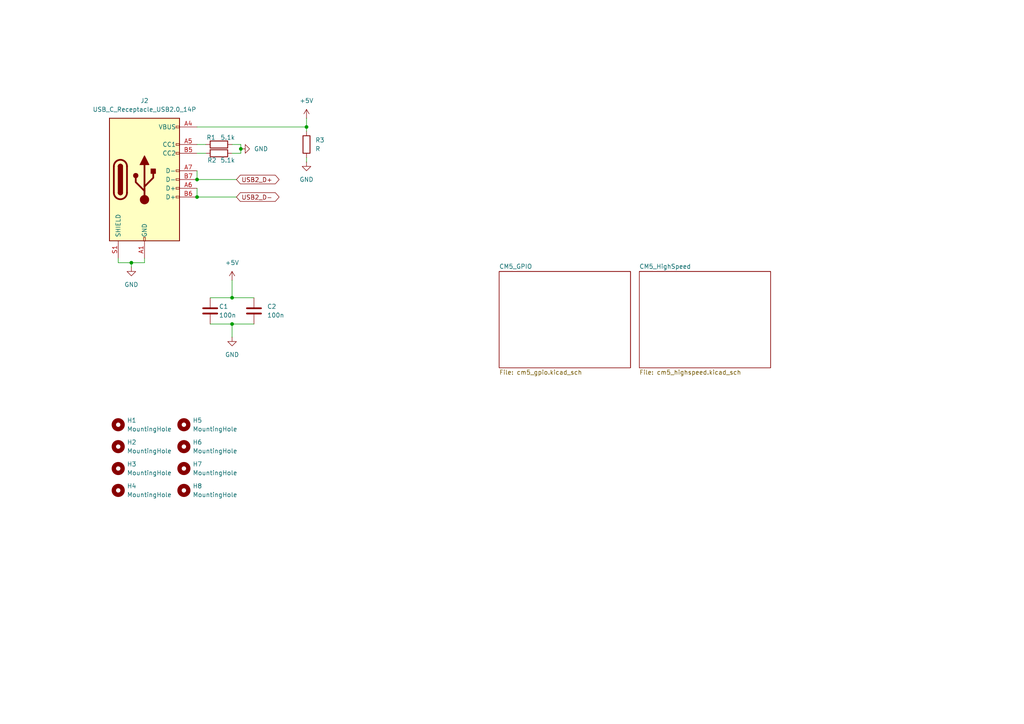
<source format=kicad_sch>
(kicad_sch (version 20250114) (generator "eeschema") (generator_version "9.0")
  (paper "A4")
  (lib_symbols
    (symbol "Connector:USB_C_Receptacle_USB2.0_14P" (pin_names (offset 1.016))
      (property "Reference" "J" (at 0 22.225 0))
      (property "Value" "USB_C_Receptacle_USB2.0_14P" (at 0 19.685 0))
      (symbol "USB_C_Receptacle_USB2.0_14P_0_0"
        (rectangle (start -0.254 -17.78) (end 0.254 -16.764))
        (rectangle (start 10.16 15.494) (end 9.144 14.986))
        (rectangle (start 10.16 10.414) (end 9.144 9.906))
        (rectangle (start 10.16 7.874) (end 9.144 7.366))
        (rectangle (start 10.16 2.794) (end 9.144 2.286))
        (rectangle (start 10.16 0.254) (end 9.144 -0.254))
        (rectangle (start 10.16 -2.286) (end 9.144 -2.794))
        (rectangle (start 10.16 -4.826) (end 9.144 -5.334))
      )
      (symbol "USB_C_Receptacle_USB2.0_14P_0_1"
        (rectangle (start -10.16 17.78) (end 10.16 -17.78) (stroke (width 0.254)) (fill (type background)))
        (polyline (pts (xy -8.89 -3.81) (xy -8.89 3.81)) (stroke (width 0.508)))
        (rectangle (start -7.62 -3.81) (end -6.35 3.81) (stroke (width 0.254)) (fill (type outline)))
        (arc (start -7.62 3.81) (mid -6.985 4.4423) (end -6.35 3.81) (stroke (width 0.254)))
        (arc (start -7.62 3.81) (mid -6.985 4.4423) (end -6.35 3.81) (stroke (width 0.254)) (fill (type outline)))
        (arc (start -8.89 3.81) (mid -6.985 5.7067) (end -5.08 3.81) (stroke (width 0.508)))
        (arc (start -5.08 -3.81) (mid -6.985 -5.7067) (end -8.89 -3.81) (stroke (width 0.508)))
        (arc (start -6.35 -3.81) (mid -6.985 -4.4423) (end -7.62 -3.81) (stroke (width 0.254)))
        (arc (start -6.35 -3.81) (mid -6.985 -4.4423) (end -7.62 -3.81) (stroke (width 0.254)) (fill (type outline)))
        (polyline (pts (xy -5.08 3.81) (xy -5.08 -3.81)) (stroke (width 0.508)))
        (circle (center -2.54 1.143) (radius 0.635) (stroke (width 0.254)) (fill (type outline)))
        (polyline (pts (xy -1.27 4.318) (xy 0 6.858) (xy 1.27 4.318) (xy -1.27 4.318)) (stroke (width 0.254)) (fill (type outline)))
        (polyline (pts (xy 0 -2.032) (xy 2.54 0.508) (xy 2.54 1.778)) (stroke (width 0.508)))
        (polyline (pts (xy 0 -3.302) (xy -2.54 -0.762) (xy -2.54 0.508)) (stroke (width 0.508)))
        (polyline (pts (xy 0 -5.842) (xy 0 4.318)) (stroke (width 0.508)))
        (circle (center 0 -5.842) (radius 1.27) (fill (type outline)))
        (rectangle (start 1.905 1.778) (end 3.175 3.048) (stroke (width 0.254)) (fill (type outline)))
      )
      (symbol "USB_C_Receptacle_USB2.0_14P_1_1"
        (pin passive line (at -7.62 -22.86 90) (length 5.08) (name "SHIELD") (number "S1"))
        (pin passive line (at 0 -22.86 90) (length 5.08) (name "GND") (number "A1"))
        (pin passive line (at 0 -22.86 90) (length 5.08) (hide yes) (name "GND") (number "A12"))
        (pin passive line (at 0 -22.86 90) (length 5.08) (hide yes) (name "GND") (number "B1"))
        (pin passive line (at 0 -22.86 90) (length 5.08) (hide yes) (name "GND") (number "B12"))
        (pin passive line (at 15.24 15.24 180) (length 5.08) (name "VBUS") (number "A4"))
        (pin passive line (at 15.24 15.24 180) (length 5.08) (hide yes) (name "VBUS") (number "A9"))
        (pin passive line (at 15.24 15.24 180) (length 5.08) (hide yes) (name "VBUS") (number "B4"))
        (pin passive line (at 15.24 15.24 180) (length 5.08) (hide yes) (name "VBUS") (number "B9"))
        (pin bidirectional line (at 15.24 10.16 180) (length 5.08) (name "CC1") (number "A5"))
        (pin bidirectional line (at 15.24 7.62 180) (length 5.08) (name "CC2") (number "B5"))
        (pin bidirectional line (at 15.24 2.54 180) (length 5.08) (name "D-") (number "A7"))
        (pin bidirectional line (at 15.24 0 180) (length 5.08) (name "D-") (number "B7"))
        (pin bidirectional line (at 15.24 -2.54 180) (length 5.08) (name "D+") (number "A6"))
        (pin bidirectional line (at 15.24 -5.08 180) (length 5.08) (name "D+") (number "B6"))
      )
    )
    (symbol "Device:C" (pin_numbers (hide yes)) (pin_names (offset 0.254))
      (property "Reference" "C" (at 0.635 2.54 0))
      (property "Value" "C" (at 0.635 -2.54 0))
      (symbol "C_0_1"
        (polyline (pts (xy -2.032 0.762) (xy 2.032 0.762)) (stroke (width 0.508)))
        (polyline (pts (xy -2.032 -0.762) (xy 2.032 -0.762)) (stroke (width 0.508)))
      )
      (symbol "C_1_1"
        (pin passive line (at 0 3.81 270) (length 2.794) (name "~") (number "1"))
        (pin passive line (at 0 -3.81 90) (length 2.794) (name "~") (number "2"))
      )
    )
    (symbol "Device:R" (pin_numbers (hide yes)) (pin_names (offset 0))
      (property "Reference" "R" (at 2.032 0 90))
      (property "Value" "R" (at 0 0 90))
      (symbol "R_0_1"
        (rectangle (start -1.016 -2.54) (end 1.016 2.54) (stroke (width 0.254)))
      )
      (symbol "R_1_1"
        (pin passive line (at 0 3.81 270) (length 1.27) (name "~") (number "1"))
        (pin passive line (at 0 -3.81 90) (length 1.27) (name "~") (number "2"))
      )
    )
    (symbol "Mechanical:MountingHole" (pin_names (offset 1.016)) (in_bom no)
      (property "Reference" "H" (at 0 5.08 0))
      (property "Value" "MountingHole" (at 0 3.175 0))
      (symbol "MountingHole_0_1"
        (circle (center 0 0) (radius 1.27) (stroke (width 1.27)))
      )
    )
    (symbol "power:+5V" (power) (pin_numbers (hide yes)) (pin_names (offset 0) (hide yes))
      (property "Value" "+5V" (at 0 3.556 0))
      (symbol "+5V_0_1"
        (polyline (pts (xy -0.762 1.27) (xy 0 2.54)))
        (polyline (pts (xy 0 2.54) (xy 0.762 1.27)))
        (polyline (pts (xy 0 0) (xy 0 2.54)))
      )
      (symbol "+5V_1_1"
        (pin power_in line (at 0 0 90) (length 0) (name "~") (number "1"))
      )
    )
    (symbol "power:GND" (power) (pin_numbers (hide yes)) (pin_names (offset 0) (hide yes))
      (property "Value" "GND" (at 0 -3.81 0))
      (symbol "GND_0_1"
        (polyline (pts (xy 0 0) (xy 0 -1.27) (xy 1.27 -1.27) (xy 0 -2.54) (xy -1.27 -1.27) (xy 0 -1.27)))
      )
      (symbol "GND_1_1"
        (pin power_in line (at 0 0 270) (length 0) (name "~") (number "1"))
      )
    )
  )
  (junction (at 57.15 52.07))
  (junction (at 57.15 57.15))
  (junction (at 88.9 36.83))
  (junction (at 69.85 43.18))
  (junction (at 38.1 76.2))
  (junction (at 67.31 93.98))
  (junction (at 67.31 86.36))
  (wire (pts (xy 67.31 93.98) (xy 73.66 93.98)))
  (wire (pts (xy 57.15 52.07) (xy 68.58 52.07)))
  (wire (pts (xy 88.9 36.83) (xy 88.9 38.1)))
  (wire (pts (xy 69.85 41.91) (xy 69.85 43.18)))
  (wire (pts (xy 41.91 76.2) (xy 41.91 74.93)))
  (wire (pts (xy 67.31 81.28) (xy 67.31 86.36)))
  (wire (pts (xy 60.96 86.36) (xy 67.31 86.36)))
  (wire (pts (xy 60.96 93.98) (xy 67.31 93.98)))
  (wire (pts (xy 57.15 36.83) (xy 88.9 36.83)))
  (wire (pts (xy 38.1 76.2) (xy 41.91 76.2)))
  (wire (pts (xy 34.29 76.2) (xy 34.29 74.93)))
  (wire (pts (xy 67.31 93.98) (xy 67.31 97.79)))
  (wire (pts (xy 57.15 54.61) (xy 57.15 57.15)))
  (wire (pts (xy 57.15 41.91) (xy 59.69 41.91)))
  (wire (pts (xy 67.31 44.45) (xy 69.85 44.45)))
  (wire (pts (xy 57.15 49.53) (xy 57.15 52.07)))
  (wire (pts (xy 57.15 57.15) (xy 68.58 57.15)))
  (wire (pts (xy 88.9 34.29) (xy 88.9 36.83)))
  (wire (pts (xy 34.29 76.2) (xy 38.1 76.2)))
  (wire (pts (xy 38.1 77.47) (xy 38.1 76.2)))
  (wire (pts (xy 69.85 44.45) (xy 69.85 43.18)))
  (wire (pts (xy 67.31 41.91) (xy 69.85 41.91)))
  (wire (pts (xy 67.31 86.36) (xy 73.66 86.36)))
  (wire (pts (xy 88.9 45.72) (xy 88.9 46.99)))
  (wire (pts (xy 57.15 44.45) (xy 59.69 44.45)))
  (global_label "USB2_D+" (shape bidirectional) (at 68.58 52.07 0) (property "Intersheetrefs" "${INTERSHEET_REFS}" (effects (hide yes))))
  (global_label "USB2_D-" (shape bidirectional) (at 68.58 57.15 0) (property "Intersheetrefs" "${INTERSHEET_REFS}" (effects (hide yes))))
  (symbol (lib_id "Mechanical:MountingHole") (at 53.34 135.89 0) (unit 1) (in_bom no)
    (property "Reference" "H7" (at 55.88 134.6199 0) (effects (justify left)))
    (property "Value" "MountingHole" (at 55.88 137.1599 0) (effects (justify left)))
    (property "Description" "Mounting Hole without connection" (effects (hide yes)))
  )
  (symbol (lib_id "Connector:USB_C_Receptacle_USB2.0_14P") (at 41.91 52.07 0) (unit 1)
    (property "Reference" "J2" (at 41.91 29.21 0))
    (property "Value" "USB_C_Receptacle_USB2.0_14P" (at 41.91 31.75 0))
    (property "Datasheet" "https://www.usb.org/sites/default/files/documents/usb_type-c.zip" (effects (hide yes)))
    (property "Description" "USB 2.0-only 14P Type-C Receptacle connector" (effects (hide yes)))
  )
  (symbol (lib_id "Mechanical:MountingHole") (at 34.29 123.19 0) (unit 1) (in_bom no)
    (property "Reference" "H1" (at 36.83 121.9199 0) (effects (justify left)))
    (property "Value" "MountingHole" (at 36.83 124.4599 0) (effects (justify left)))
    (property "Description" "Mounting Hole without connection" (effects (hide yes)))
  )
  (symbol (lib_id "Mechanical:MountingHole") (at 34.29 129.54 0) (unit 1) (in_bom no)
    (property "Reference" "H2" (at 36.83 128.2699 0) (effects (justify left)))
    (property "Value" "MountingHole" (at 36.83 130.8099 0) (effects (justify left)))
    (property "Description" "Mounting Hole without connection" (effects (hide yes)))
  )
  (symbol (lib_id "power:+5V") (at 88.9 34.29 0) (unit 1)
    (property "Reference" "#PWR03" (effects (hide yes)))
    (property "Value" "+5V" (at 88.9 29.21 0))
    (property "Description" "Power symbol creates a global label with name \"+5V\"" (effects (hide yes)))
  )
  (symbol (lib_id "Mechanical:MountingHole") (at 53.34 123.19 0) (unit 1) (in_bom no)
    (property "Reference" "H5" (at 55.88 121.9199 0) (effects (justify left)))
    (property "Value" "MountingHole" (at 55.88 124.4599 0) (effects (justify left)))
    (property "Description" "Mounting Hole without connection" (effects (hide yes)))
  )
  (symbol (lib_id "Device:R") (at 88.9 41.91 0) (unit 1)
    (property "Reference" "R3" (at 91.44 40.6399 0) (effects (justify left)))
    (property "Value" "R" (at 91.44 43.1799 0) (effects (justify left)))
    (property "Description" "Resistor" (effects (hide yes)))
  )
  (symbol (lib_id "power:GND") (at 38.1 77.47 0) (unit 1)
    (property "Reference" "#PWR02" (effects (hide yes)))
    (property "Value" "GND" (at 38.1 82.55 0))
    (property "Description" "Power symbol creates a global label with name \"GND\" , ground" (effects (hide yes)))
  )
  (symbol (lib_id "Mechanical:MountingHole") (at 34.29 142.24 0) (unit 1) (in_bom no)
    (property "Reference" "H4" (at 36.83 140.9699 0) (effects (justify left)))
    (property "Value" "MountingHole" (at 36.83 143.5099 0) (effects (justify left)))
    (property "Description" "Mounting Hole without connection" (effects (hide yes)))
  )
  (symbol (lib_id "Device:R") (at 63.5 44.45 90) (unit 1)
    (property "Reference" "R2" (at 61.468 46.482 90))
    (property "Value" "5.1k" (at 66.04 46.482 90))
    (property "Description" "Resistor" (effects (hide yes)))
  )
  (symbol (lib_id "Device:C") (at 73.66 90.17 0) (unit 1)
    (property "Reference" "C2" (at 77.47 88.8999 0) (effects (justify left)))
    (property "Value" "100n" (at 77.47 91.4399 0) (effects (justify left)))
    (property "Description" "Unpolarized capacitor" (effects (hide yes)))
  )
  (symbol (lib_id "Mechanical:MountingHole") (at 53.34 129.54 0) (unit 1) (in_bom no)
    (property "Reference" "H6" (at 55.88 128.2699 0) (effects (justify left)))
    (property "Value" "MountingHole" (at 55.88 130.8099 0) (effects (justify left)))
    (property "Description" "Mounting Hole without connection" (effects (hide yes)))
  )
  (symbol (lib_id "Device:R") (at 63.5 41.91 90) (unit 1)
    (property "Reference" "R1" (at 61.214 39.878 90))
    (property "Value" "5.1k" (at 66.04 39.878 90))
    (property "Description" "Resistor" (effects (hide yes)))
  )
  (symbol (lib_id "power:GND") (at 67.31 97.79 0) (unit 1)
    (property "Reference" "#PWR06" (effects (hide yes)))
    (property "Value" "GND" (at 67.31 102.87 0))
    (property "Description" "Power symbol creates a global label with name \"GND\" , ground" (effects (hide yes)))
  )
  (symbol (lib_id "Device:C") (at 60.96 90.17 0) (unit 1)
    (property "Reference" "C1" (at 63.5 88.9 0) (effects (justify left)))
    (property "Value" "100n" (at 63.5 91.44 0) (effects (justify left)))
    (property "Description" "Unpolarized capacitor" (effects (hide yes)))
  )
  (symbol (lib_id "power:+5V") (at 67.31 81.28 0) (unit 1)
    (property "Reference" "#PWR05" (effects (hide yes)))
    (property "Value" "+5V" (at 67.31 76.2 0))
    (property "Description" "Power symbol creates a global label with name \"+5V\"" (effects (hide yes)))
  )
  (symbol (lib_id "Mechanical:MountingHole") (at 34.29 135.89 0) (unit 1) (in_bom no)
    (property "Reference" "H3" (at 36.83 134.6199 0) (effects (justify left)))
    (property "Value" "MountingHole" (at 36.83 137.1599 0) (effects (justify left)))
    (property "Description" "Mounting Hole without connection" (effects (hide yes)))
  )
  (symbol (lib_id "power:GND") (at 69.85 43.18 90) (unit 1)
    (property "Reference" "#PWR01" (effects (hide yes)))
    (property "Value" "GND" (at 73.66 43.1799 90) (effects (justify right)))
    (property "Description" "Power symbol creates a global label with name \"GND\" , ground" (effects (hide yes)))
  )
  (symbol (lib_id "power:GND") (at 88.9 46.99 0) (unit 1)
    (property "Reference" "#PWR04" (effects (hide yes)))
    (property "Value" "GND" (at 88.9 52.07 0))
    (property "Description" "Power symbol creates a global label with name \"GND\" , ground" (effects (hide yes)))
  )
  (symbol (lib_id "Mechanical:MountingHole") (at 53.34 142.24 0) (unit 1) (in_bom no)
    (property "Reference" "H8" (at 55.88 140.9699 0) (effects (justify left)))
    (property "Value" "MountingHole" (at 55.88 143.5099 0) (effects (justify left)))
    (property "Description" "Mounting Hole without connection" (effects (hide yes)))
  )
  (sheet (at 144.78 78.74) (size 38.1 27.94) (stroke (width 0.1524))
    (property "Sheetname" "CM5_GPIO" (at 144.78 78.0284 0) (effects (justify left bottom)))
    (property "Sheetfile" "cm5_gpio.kicad_sch" (at 144.78 107.2646 0) (effects (justify left top)))
  )
  (sheet (at 185.42 78.74) (size 38.1 27.94) (stroke (width 0.1524))
    (property "Sheetname" "CM5_HighSpeed" (at 185.42 78.0284 0) (effects (justify left bottom)))
    (property "Sheetfile" "cm5_highspeed.kicad_sch" (at 185.42 107.2646 0) (effects (justify left top)))
  )
)
</source>
